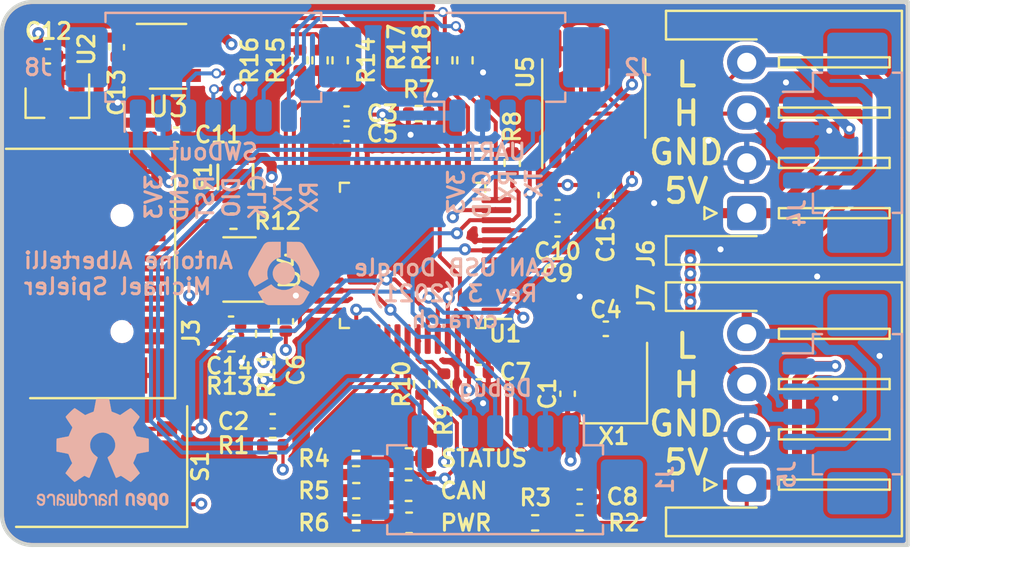
<source format=kicad_pcb>
(kicad_pcb (version 20221018) (generator pcbnew)
  (layers (0 "F.Cu" signal) (1 "In1.Cu" power "3V3") (2 "In2.Cu" power "GND") (31 "B.Cu" signal) (34 "B.Paste" user) (35 "F.Paste" user) (36 "B.SilkS" user "B.Silkscreen") (37 "F.SilkS" user "F.Silkscreen") (38 "B.Mask" user) (39 "F.Mask" user) (44 "Edge.Cuts" user))
  (net 0 "")
  (net 1 "GND")
  (net 2 "/NRST")
  (net 3 "/SWCLK")
  (net 4 "/SWDIO")
  (net 5 "/V_BUS_SENSE")
  (net 6 "/USB_D+")
  (net 7 "/V_BUS_ENABLE")
  (net 8 "/CAN1_RX")
  (net 9 "/CAN1_TX")
  (net 10 "/UART1_RX")
  (net 11 "/UART1_TX")
  (net 12 "/USB_D-")
  (net 13 "Net-(U1-Pad2)")
  (net 14 "Net-(U1-Pad3)")
  (net 15 "Net-(U1-Pad4)")
  (net 16 "Net-(U1-Pad17)")
  (net 17 "Net-(U1-Pad22)")
  (net 18 "Net-(U1-Pad26)")
  (net 19 "Net-(U1-Pad27)")
  (net 20 "Net-(U1-Pad28)")
  (net 21 "Net-(D1-Pad2)")
  (net 22 "Net-(D2-Pad2)")
  (net 23 "Net-(D3-Pad2)")
  (net 24 "Net-(U1-Pad18)")
  (net 25 "Net-(U1-Pad19)")
  (net 26 "Net-(U1-Pad20)")
  (net 27 "Net-(U1-Pad21)")
  (net 28 "Net-(C1-Pad2)")
  (net 29 "+3V3")
  (net 30 "Net-(C4-Pad2)")
  (net 31 "VBUS")
  (net 32 "/VUSB")
  (net 33 "Net-(F1-Pad2)")
  (net 34 "/LED_STATUS")
  (net 35 "/LED_CAN")
  (net 36 "/LED_PWR")
  (net 37 "/BTN")
  (net 38 "Net-(J3-PadA5)")
  (net 39 "Net-(J3-PadB5)")
  (net 40 "/CAN_EN")
  (net 41 "Net-(J3-PadA7)")
  (net 42 "Net-(J3-PadA6)")
  (net 43 "Net-(J3-PadA8)")
  (net 44 "Net-(J3-PadB8)")
  (net 45 "Net-(U1-Pad38)")
  (net 46 "/CANL")
  (net 47 "/CANH")
  (net 48 "/OUT_NRST")
  (net 49 "/OUT_SWDIO")
  (net 50 "/OUT_SWCLK")
  (net 51 "Net-(U1-Pad25)")
  (net 52 "Net-(U1-Pad16)")
  (net 53 "Net-(R9-Pad1)")
  (net 54 "Net-(R10-Pad1)")
  (net 55 "Net-(J8-Pad3)")
  (net 56 "Net-(J8-Pad4)")
  (net 57 "Net-(J8-Pad5)")
  (net 58 "Net-(U3-Pad4)")
  (net 59 "Net-(J8-Pad6)")
  (net 60 "Net-(J8-Pad7)")
  (net 61 "/UART2_RX")
  (net 62 "/UART2_TX")
  (footprint "Capacitor_SMD:C_0402_1005Metric" (layer "F.Cu") (at 58.45 57.35)
    (fp_text reference "C2")
    (fp_text value "100n")
  )
  (footprint "Capacitor_SMD:C_0402_1005Metric" (layer "F.Cu") (at 62.12 42.05 180)
    (fp_text reference "C3")
    (fp_text value "4u7")
  )
  (footprint "Capacitor_SMD:C_0402_1005Metric" (layer "F.Cu") (at 62.12 43.05 180)
    (fp_text reference "C5")
    (fp_text value "100n")
  )
  (footprint "Capacitor_SMD:C_0402_1005Metric" (layer "F.Cu") (at 59.1 52.38 90)
    (fp_text reference "C6")
    (fp_text value "100n")
  )
  (footprint "Capacitor_SMD:C_0402_1005Metric" (layer "F.Cu") (at 68.68 54.9)
    (fp_text reference "C7")
    (fp_text value "100n")
  )
  (footprint "Capacitor_SMD:C_0402_1005Metric" (layer "F.Cu") (at 73.7 61.1 180)
    (fp_text reference "C8")
    (fp_text value "100n")
  )
  (footprint "Capacitor_SMD:C_0402_1005Metric" (layer "F.Cu") (at 72.6 47.8)
    (fp_text reference "C9")
    (fp_text value "1u")
  )
  (footprint "Capacitor_SMD:C_0402_1005Metric" (layer "F.Cu") (at 72.6 46.7)
    (fp_text reference "C10")
    (fp_text value "10n")
  )
  (footprint "Capacitor_SMD:C_0402_1005Metric" (layer "F.Cu") (at 47.28 39.2)
    (fp_text reference "C12")
    (fp_text value "1u")
  )
  (footprint "Resistor_SMD:R_0402_1005Metric" (layer "F.Cu") (at 58.45 58.55 180)
    (fp_text reference "R1")
    (fp_text value "10k")
  )
  (footprint "Resistor_SMD:R_0402_1005Metric" (layer "F.Cu") (at 73.7 62.4 180)
    (fp_text reference "R2")
    (fp_text value "10k")
  )
  (footprint "Resistor_SMD:R_0402_1005Metric" (layer "F.Cu") (at 71.49 62.4 180)
    (fp_text reference "R3")
    (fp_text value "10k")
  )
  (footprint "Resistor_SMD:R_0402_1005Metric" (layer "F.Cu") (at 62.59 59.2)
    (fp_text reference "R4")
    (fp_text value "100")
  )
  (footprint "Resistor_SMD:R_0402_1005Metric" (layer "F.Cu") (at 70.35 44.5 90)
    (fp_text reference "R8")
    (fp_text value "10k")
  )
  (footprint "Resistor_SMD:R_0402_1005Metric" (layer "F.Cu") (at 66.95 55.5 -90)
    (fp_text reference "R9")
    (fp_text value "100")
  )
  (footprint "Resistor_SMD:R_0402_1005Metric" (layer "F.Cu") (at 56.4 53.5)
    (fp_text reference "R13")
    (fp_text value "5k1")
  )
  (footprint "Package_SO:SOIC-8_3.9x4.9mm_P1.27mm" (layer "F.Cu") (at 74.4 41.3 90)
    (fp_text reference "U5")
    (fp_text value "SN65HVD234DR")
  )
  (footprint "Package_QFP:LQFP-48_7x7mm_P0.5mm" (layer "F.Cu") (at 65.4 49.1 180)
    (fp_text reference "U1")
    (fp_text value "STM32F302C8T6")
  )
  (footprint "Resistor_SMD:R_0402_1005Metric" (layer "F.Cu") (at 65.85 55.5 -90)
    (fp_text reference "R10")
    (fp_text value "100")
  )
  (footprint "Resistor_SMD:R_0402_1005Metric" (layer "F.Cu") (at 65.7 42.05 180)
    (fp_text reference "R7")
    (fp_text value "10k")
  )
  (footprint "Resistors_SMD:R_0805" (layer "F.Cu") (at 56.6 45.2 -90)
    (fp_text reference "F1")
    (fp_text value "500mA")
  )
  (footprint "Capacitor_SMD:C_0402_1005Metric" (layer "F.Cu") (at 53.65 43.1 180)
    (fp_text reference "C11")
    (fp_text value "1u")
  )
  (footprint "Resistor_SMD:R_0402_1005Metric" (layer "F.Cu") (at 62.6 62.4)
    (fp_text reference "R6")
    (fp_text value "100")
  )
  (footprint "Resistor_SMD:R_0402_1005Metric" (layer "F.Cu") (at 62.6 60.8)
    (fp_text reference "R5")
    (fp_text value "100")
  )
  (footprint "Capacitor_SMD:C_0402_1005Metric" (layer "F.Cu") (at 75 46.1 -90)
    (fp_text reference "C15")
    (fp_text value "100n")
  )
  (footprint "Capacitor_SMD:C_0402_1005Metric" (layer "F.Cu") (at 56.38 52.5)
    (fp_text reference "C14")
    (fp_text value "100n")
  )
  (footprint "CAN-USB-dongle:TS-1187A-B-A-B" (layer "F.Cu") (at 50.2 59.6 180)
    (fp_text reference "S1")
    (fp_text value "SW_MEC_5E")
  )
  (footprint "Connector_JST:JST_XH_S4B-XH-A-1_1x04_P2.50mm_Horizontal" (layer "F.Cu") (at 82 47 90)
    (fp_text reference "J6")
    (fp_text value "JST XH")
  )
  (footprint "Connector_JST:JST_XH_S4B-XH-A-1_1x04_P2.50mm_Horizontal" (layer "F.Cu") (at 82 60.5 90)
    (fp_text reference "J7")
    (fp_text value "JST XH")
  )
  (footprint "Package_TO_SOT_SMD:SOT-23" (layer "F.Cu") (at 47.75 41.5 -90)
    (fp_text reference "U2")
    (fp_text value "MCP1700")
  )
  (footprint "Capacitor_SMD:C_0603_1608Metric" (layer "F.Cu") (at 65.225 62.4 180)
    (fp_text reference "D3" hide)
    (fp_text value "GREEN")
  )
  (footprint "Capacitor_SMD:C_0603_1608Metric" (layer "F.Cu") (at 65.2 59.2 180)
    (fp_text reference "D1" hide)
    (fp_text value "RED")
  )
  (footprint "Capacitor_SMD:C_0402_1005Metric" (layer "F.Cu") (at 73.1 55.98 90)
    (fp_text reference "C1")
    (fp_text value "10p")
  )
  (footprint "Crystal:Crystal_SMD_TXC_7M-4Pin_3.2x2.5mm" (layer "F.Cu") (at 75.4 55.45 90)
    (fp_text reference "X1")
    (fp_text value "16MHz 10ppm")
  )
  (footprint "Resistor_SMD:R_0402_1005Metric" (layer "F.Cu") (at 58 53 -90)
    (fp_text reference "R11")
    (fp_text value "1.5k")
  )
  (footprint "Capacitor_SMD:C_0402_1005Metric" (layer "F.Cu") (at 75 52.75 180)
    (fp_text reference "C4")
    (fp_text value "10pF")
  )
  (footprint "Package_SO:TSOP-6_1.65x3.05mm_P0.95mm" (layer "F.Cu") (at 56.8 49.8 180)
    (fp_text reference "U4")
    (fp_text value "STF202")
  )
  (footprint "Resistor_SMD:R_0402_1005Metric" (layer "F.Cu") (at 56.5 47.4)
    (fp_text reference "R12")
    (fp_text value "5k1")
  )
  (footprint "Resistor_SMD:R_0402_1005Metric" (layer "F.Cu") (at 61.8 39.4 90)
    (fp_text reference "R14")
    (fp_text value "100")
  )
  (footprint "Resistor_SMD:R_0402_1005Metric" (layer "F.Cu") (at 60.8 39.4 90)
    (fp_text reference "R15")
    (fp_text value "100")
  )
  (footprint "Package_TO_SOT_SMD:SOT-23-5" (layer "F.Cu") (at 53.25 39.2)
    (fp_text reference "U3")
    (fp_text value "MIC2005A-1YM5")
  )
  (footprint "Capacitor_SMD:C_0402_1005Metric" (layer "F.Cu") (at 50.7 38.75 -90)
    (fp_text reference "C13")
    (fp_text value "1u")
  )
  (footprint "Resistor_SMD:R_0402_1005Metric" (layer "F.Cu") (at 59.8 39.4 90)
    (fp_text reference "R16")
    (fp_text value "100")
  )
  (footprint "CAN-USB-dongle:TYPEC-304S-ACP16" (layer "F.Cu") (at 48.86 50 -90)
    (fp_text reference "J3")
    (fp_text value "XUNPU TYPEC-304S-ACP16")
  )
  (footprint "Capacitor_SMD:C_0603_1608Metric" (layer "F.Cu") (at 65.2 60.8 180)
    (fp_text reference "D2" hide)
    (fp_text value "WHITE")
  )
  (footprint "Resistor_SMD:R_0402_1005Metric" (layer "F.Cu") (at 67 39.4 90)
    (fp_text reference "R17")
    (fp_text value "100")
  )
  (footprint "Resistor_SMD:R_0402_1005Metric" (layer "F.Cu") (at 68 39.4 90)
    (fp_text reference "R18")
    (fp_text value "100")
  )
  (footprint "Connector_Molex:Molex_PicoBlade_53261-0471_1x04-1MP_P1.25mm_Horizontal" (layer "B.Cu") (at 87 43.5 -90)
    (fp_text reference "J4")
    (fp_text value "Picoblade")
  )
  (footprint "Connector_Molex:Molex_PicoBlade_53261-0471_1x04-1MP_P1.25mm_Horizontal" (layer "B.Cu") (at 87 56.5 -90)
    (fp_text reference "J5")
    (fp_text value "Picoblade")
  )
  (footprint "Connector_Molex:Molex_PicoBlade_53261-0771_1x07-1MP_P1.25mm_Horizontal" (layer "B.Cu") (at 69.5 60.25 180)
    (fp_text reference "J1")
    (fp_text value "Picoblade")
  )
  (footprint "Connector_Molex:Molex_PicoBlade_53261-0471_1x04-1MP_P1.25mm_Horizontal" (layer "B.Cu") (at 69.5 39.75)
    (fp_text reference "J2")
    (fp_text value "Picoblade")
  )
  (footprint "Connector_Molex:Molex_PicoBlade_53261-0771_1x07-1MP_P1.25mm_Horizontal" (layer "B.Cu") (at 55.5 39.75)
    (fp_text reference "J8")
    (fp_text value "Picoblade")
  )
  (footprint "Symbol:OSHW-Logo2_7.3x6mm_SilkScreen" (layer "B.Cu") (at 50 59 180)
    (fp_text reference "REF**" hide)
    (fp_text value "OSHW-Logo2_7.3x6mm_SilkScreen" hide)
  )
  (footprint "CAN-USB-dongle:CVRA-logo-small-silkscreen" (layer "B.Cu") (at 59 50)
    (fp_text reference "G***" hide)
    (fp_text value "LOGO" hide)
  )
  (gr_line (start 90 63.5) (end 90 36.5) (stroke (width 0.2)) (layer "Edge.Cuts"))
  (gr_line (start 90 36.5) (end 46.5 36.5) (stroke (width 0.2)) (layer "Edge.Cuts"))
  (gr_line (start 46.5 63.5) (end 90 63.5) (stroke (width 0.2)) (layer "Edge.Cuts"))
  (gr_line (start 45 38) (end 45 62) (stroke (width 0.2)) (layer "Edge.Cuts"))
  (gr_arc (start 46.5 63.5) (mid 45.43934 63.06066) (end 45 62) (stroke (width 0.2)) (layer "Edge.Cuts"))
  (gr_arc (start 45 38) (mid 45.43934 36.93934) (end 46.5 36.5) (stroke (width 0.2)) (layer "Edge.Cuts"))
  (gr_text "3V3\nGND\nRST\nDIO\nCLK\nTX\nRX" (at 56.4 46.2 90) (layer "B.SilkS") (effects (font (size 0.8 0.8)) (justify mirror)))
  (gr_text "Antoine Albertelli\nMichael Spieler" (at 46 50) (layer "B.SilkS") (effects (font (size 0.8 0.8)) (justify right mirror)))
  (gr_text "3V3\nGND\nRX\nTX" (at 69.5 44.75 90) (layer "B.SilkS") (effects (font (size 0.8 0.8)) (justify left mirror)))
  (gr_text "CAN USB Dongle\nRev 3 (2021)\ncvra.ch" (at 67.5 51) (layer "B.SilkS") (effects (font (size 0.8 0.8)) (justify mirror)))
  (gr_text "L\nH\nGND\n5V" (at 79 43) (layer "F.SilkS") (effects (font (size 1.2 1.2) (thickness 0.2))))
  (gr_text "L\nH\nGND\n5V" (at 79 56.5) (layer "F.SilkS") (effects (font (size 1.2 1.2) (thickness 0.2))))
  (segment (start 50.85 39.23) (end 52.12 39.23) (width 0.5) (layer "F.Cu") (net 1))
  (segment (start 56.91 53.5) (end 56.91 52.55) (width 0.16) (layer "F.Cu") (net 1))
  (segment (start 80.2 43.4) (end 80.1 43.4) (width 0.16) (layer "F.Cu") (net 1))
  (segment (start 52.12 39.23) (end 52.15 39.2) (width 0.5) (layer "F.Cu") (net 1))
  (segment (start 56.91 52.55) (end 56.86 52.5) (width 0.16) (layer "F.Cu") (net 1))
  (via (at 68.9 40) (size 0.5) (drill 0.3) (layers "F.Cu" "B.Cu") (net 1))
  (via (at 80.7 48.8) (size 0.5) (drill 0.3) (layers "F.Cu" "B.Cu") (net 1))
  (via (at 88.6 54.1) (size 0.5) (drill 0.3) (layers "F.Cu" "B.Cu") (net 1))
  (via (at 86.4 56.2) (size 0.6) (drill 0.3) (layers "F.Cu" "B.Cu") (net 1))
  (via (at 86.1 42.9) (size 0.6) (drill 0.3) (layers "F.Cu" "B.Cu") (net 1))
  (via (at 83.95 40.5) (size 0.5) (drill 0.3) (layers "F.Cu" "B.Cu") (net 1))
  (via (at 77.4 46.5) (size 0.6) (drill 0.3) (layers "F.Cu" "B.Cu") (net 1))
  (via (at 80.1 43.4) (size 0.6) (drill 0.3) (layers "F.Cu" "B.Cu") (net 1))
  (via (at 59.6 51.1) (size 0.6) (drill 0.3) (layers "F.Cu" "B.Cu") (net 1))
  (via (at 73.7 51.15) (size 0.5) (drill 0.3) (layers "F.Cu" "B.Cu") (net 1))
  (via (at 56.9 54.4) (size 0.6) (drill 0.3) (layers "F.Cu" "B.Cu") (net 1))
  (via (at 68.9 56.45) (size 0.5) (drill 0.3) (layers "F.Cu" "B.Cu") (net 1))
  (via (at 66.511906 41.108465) (size 0.5) (drill 0.3) (layers "F.Cu" "B.Cu") (net 1))
  (via (at 85.5 50.15) (size 0.5) (drill 0.3) (layers "F.Cu" "B.Cu") (net 1))
  (via (at 65.3 43.1) (size 0.5) (drill 0.3) (layers "F.Cu" "B.Cu") (net 1))
  (via (at 50.75 41.5) (size 0.5) (drill 0.3) (layers "F.Cu" "B.Cu") (net 1))
  (segment (start 86.075 42.875) (end 86.1 42.9) (width 0.16) (layer "B.Cu") (net 1))
  (segment (start 84.6 42.875) (end 86.075 42.875) (width 0.5) (layer "B.Cu") (net 1))
  (segment (start 66.55 41.1) (end 66.520371 41.1) (width 0.2) (layer "B.Cu") (net 1))
  (segment (start 66.520371 41.1) (end 66.511906 41.108465) (width 0.2) (layer "B.Cu") (net 1))
  (segment (start 84.6 55.875) (end 86.075 55.875) (width 0.5) (layer "B.Cu") (net 1))
  (segment (start 86.075 55.875) (end 86.4 56.2) (width 0.5) (layer "B.Cu") (net 1))
  (segment (start 57.94 58.55) (end 57.94 57.38) (width 0.2) (layer "F.Cu") (net 2))
  (segment (start 68.05 48.85) (end 68 48.8) (width 0.2) (layer "F.Cu") (net 2))
  (segment (start 57.97 57.35) (end 57.97 55.33) (width 0.2) (layer "F.Cu") (net 2))
  (segment (start 69.5625 48.85) (end 68.05 48.85) (width 0.2) (layer "F.Cu") (net 2))
  (segment (start 57.94 57.38) (end 57.97 57.35) (width 0.2) (layer "F.Cu") (net 2))
  (segment (start 57.97 58.52) (end 57.94 58.55) (width 0.2) (layer "F.Cu") (net 2))
  (segment (start 57.97 55.33) (end 58 55.3) (width 0.2) (layer "F.Cu") (net 2))
  (via (at 68 48.8) (size 0.6) (drill 0.3) (layers "F.Cu" "B.Cu") (net 2))
  (via (at 58 55.3) (size 0.6) (drill 0.3) (layers "F.Cu" "B.Cu") (net 2))
  (segment (start 65.4 50.9) (end 62.3 50.9) (width 0.2) (layer "B.Cu") (net 2))
  (segment (start 62.3 50.9) (end 59.775 53.425) (width 0.2) (layer "B.Cu") (net 2))
  (segment (start 66.8 48.8) (end 68 48.8) (width 0.2) (layer "B.Cu") (net 2))
  (segment (start 58.75 55.3) (end 58 55.3) (width 0.2) (layer "B.Cu") (net 2))
  (segment (start 67.199999 52.799999) (end 66.238419 52.799999) (width 0.2) (layer "B.Cu") (net 2))
  (segment (start 65.4 50.2) (end 66.8 48.8) (width 0.2) (layer "B.Cu") (net 2))
  (segment (start 65.4 50.9) (end 65.4 50.2) (width 0.2) (layer "B.Cu") (net 2))
  (segment (start 59.775 53.425) (end 59.775 54.275) (width 0.2) (layer "B.Cu") (net 2))
  (segment (start 70.75 56.35) (end 67.199999 52.799999) (width 0.2) (layer "B.Cu") (net 2))
  (segment (start 65.4 51.1) (end 65.4 50.9) (width 0.2) (layer "B.Cu") (net 2))
  (segment (start 59.775 54.275) (end 58.75 55.3) (width 0.2) (layer "B.Cu") (net 2))
  (segment (start 65.4 51.96158) (end 65.4 51.1) (width 0.2) (layer "B.Cu") (net 2))
  (segment (start 70.75 57.85) (end 70.75 56.35) (width 0.2) (layer "B.Cu") (net 2))
  (segment (start 66.238419 52.799999) (end 65.4 51.96158) (width 0.2) (layer "B.Cu") (net 2))
  (segment (start 62.6 51.8) (end 62.6 53.2125) (width 0.2) (layer "F.Cu") (net 3))
  (segment (start 62.6 53.2125) (end 62.65 53.2625) (width 0.2) (layer "F.Cu") (net 3))
  (via (at 62.6 51.8) (size 0.6) (drill 0.3) (layers "F.Cu" "B.Cu") (net 3))
  (segment (start 68.25 57.85) (end 68.25 56.75) (width 0.2) (layer "B.Cu") (net 3))
  (segment (start 63.3 51.8) (end 62.6 51.8) (width 0.2) (layer "B.Cu") (net 3))
  (segment (start 68.25 56.75) (end 63.3 51.8) (width 0.2) (layer "B.Cu") (net 3))
  (segment (start 63.35 50.85) (end 64.3 51.8) (width 0.2) (layer "F.Cu") (net 4))
  (segment (start 61.2375 50.85) (end 63.35 50.85) (width 0.2) (layer "F.Cu") (net 4))
  (via (at 64.3 51.8) (size 0.6) (drill 0.3) (layers "F.Cu" "B.Cu") (net 4))
  (segment (start 69.5 56.2) (end 66.45 53.15) (width 0.2) (layer "B.Cu") (net 4))
  (segment (start 69.5 57.85) (end 69.5 56.2) (width 0.2) (layer "B.Cu") (net 4))
  (segment (start 65.65 53.15) (end 64.3 51.8) (width 0.2) (layer "B.Cu") (net 4))
  (segment (start 66.45 53.15) (end 65.65 53.15) (width 0.2) (layer "B.Cu") (net 4))
  (segment (start 67.125 46.475) (end 67.25 46.35) (width 0.2) (layer "F.Cu") (net 5))
  (segment (start 67.750005 51.450005) (end 67.750005 50.150005) (width 0.2) (layer "F.Cu") (net 5))
  (segment (start 70.1 57.98) (end 70.1 53.8) (width 0.2) (layer "F.Cu") (net 5))
  (segment (start 70.1 53.8) (end 67.750005 51.450005) (width 0.2) (layer "F.Cu") (net 5))
  (segment (start 67.750005 50.150005) (end 66.749998 49.149998) (width 0.2) (layer "F.Cu") (net 5))
  (segment (start 73.22 61.1) (end 73.22 62.37) (width 0.2) (layer "F.Cu") (net 5))
  (segment (start 73.22 61.1) (end 70.1 57.98) (width 0.2) (layer "F.Cu") (net 5))
  (segment (start 67.65 45.95) (end 67.125 46.475) (width 0.2) (layer "F.Cu") (net 5))
  (segment (start 66.749998 46.850002) (end 67.125 46.475) (width 0.2) (layer "F.Cu") (net 5))
  (segment (start 73.22 62.37) (end 73.19 62.4) (width 0.16) (layer "F.Cu") (net 5))
  (segment (start 73.19 62.4) (end 72 62.4) (width 0.2) (layer "F.Cu") (net 5))
  (segment (start 67.65 44.9375) (end 67.65 45.95) (width 0.2) (layer "F.Cu") (net 5))
  (segment (start 66.749998 49.149998) (end 66.749998 46.850002) (width 0.2) (layer "F.Cu") (net 5))
  (segment (start 58.9 50.9) (end 58.9 50.3) (width 0.2) (layer "F.Cu") (net 6))
  (segment (start 58.9 50.3) (end 58.9 49.8) (width 0.2) (layer "F.Cu") (net 6))
  (segment (start 58 52.49) (end 58 51.8) (width 0.2) (layer "F.Cu") (net 6))
  (segment (start 58 51.8) (end 58.9 50.9) (width 0.2) (layer "F.Cu") (net 6))
  (segment (start 59.75 50.35) (end 61.2375 50.35) (width 0.2) (layer "F.Cu") (net 6))
  (segment (start 59.2 49.8) (end 59.75 50.35) (width 0.2) (layer "F.Cu") (net 6))
  (segment (start 57.96 49.8) (end 58.9 49.8) (width 0.2) (layer "F.Cu") (net 6))
  (segment (start 58.9 49.8) (end 59.2 49.8) (width 0.2) (layer "F.Cu") (net 6))
  (segment (start 66.21 42.71) (end 67.15 43.65) (width 0.2) (layer "F.Cu") (net 7))
  (segment (start 66.21 42.05) (end 66.21 41.61) (width 0.2) (layer "F.Cu") (net 7))
  (segment (start 52.15 40.15) (end 53.05 40.15) (width 0.2) (layer "F.Cu") (net 7))
  (segment (start 53.5 37.3) (end 61.7 37.3) (width 0.2) (layer "F.Cu") (net 7))
  (segment (start 66.21 42.05) (end 66.21 42.71) (width 0.2) (layer "F.Cu") (net 7))
  (segment (start 64.15001 41.35001) (end 62.75 39.95) (width 0.2) (layer "F.Cu") (net 7))
  (segment (start 65.95001 41.35001) (end 64.15001 41.35001) (width 0.2) (layer "F.Cu") (net 7))
  (segment (start 62.75 39.95) (end 62.75 38.35) (width 0.2) (layer "F.Cu") (net 7))
  (segment (start 53.3 37.5) (end 53.5 37.3) (width 0.2) (layer "F.Cu") (net 7))
  (segment (start 62.75 38.35) (end 61.7 37.3) (width 0.2) (layer "F.Cu") (net 7))
  (segment (start 53.05 40.15) (end 53.3 39.9) (width 0.2) (layer "F.Cu") (net 7))
  (segment (start 66.21 41.61) (end 65.95001 41.35001) (width 0.2) (layer "F.Cu") (net 7))
  (segment (start 67.15 43.65) (end 67.15 44.9375) (width 0.2) (layer "F.Cu") (net 7))
  (segment (start 53.3 39.9) (end 53.3 37.5) (width 0.2) (layer "F.Cu") (net 7))
  (segment (start 76.305 43.775) (end 76.305 45.395) (width 0.2) (layer "F.Cu") (net 8))
  (segment (start 66.65 51.65) (end 66.2 51.2) (width 0.2) (layer "F.Cu") (net 8))
  (segment (start 66.65 53.2625) (end 66.65 51.65) (width 0.2) (layer "F.Cu") (net 8))
  (segment (start 76.305 45.395) (end 76.3 45.4) (width 0.2) (layer "F.Cu") (net 8))
  (via (at 76.3 45.4) (size 0.6) (drill 0.3) (layers "F.Cu" "B.Cu") (net 8))
  (via (at 66.2 51.2) (size 0.6) (drill 0.3) (layers "F.Cu" "B.Cu") (net 8))
  (segment (start 76.3 45.4) (end 69.750002 51.949998) (width 0.2) (layer "B.Cu") (net 8))
  (segment (start 66.949998 51.949998) (end 66.2 51.2) (width 0.2) (layer "B.Cu") (net 8))
  (segment (start 69.750002 51.949998) (end 66.949998 51.949998) (width 0.2) (layer "B.Cu") (net 8))
  (segment (start 67.15 51.249998) (end 67.200004 51.199994) (width 0.2) (layer "F.Cu") (net 9))
  (segment (start 71.220009 44.279991) (end 71.220009 46.001024) (width 0.2) (layer "F.Cu") (net 9))
  (segment (start 72.495 43.775) (end 71.725 43.775) (width 0.2) (layer "F.Cu") (net 9))
  (segment (start 67.15 53.2625) (end 67.15 51.249998) (width 0.2) (layer "F.Cu") (net 9))
  (segment (start 71.725 43.775) (end 71.220009 44.279991) (width 0.2) (layer "F.Cu") (net 9))
  (via (at 67.200004 51.199994) (size 0.6) (drill 0.3) (layers "F.Cu" "B.Cu") (net 9))
  (via (at 71.220009 46.001024) (size 0.6) (drill 0.3) (layers "F.Cu" "B.Cu") (net 9))
  (segment (start 71.220009 47.179989) (end 71.220009 46.001024) (width 0.2) (layer "B.Cu") (net 9))
  (segment (start 67.200004 51.199994) (end 71.220009 47.179989) (width 0.2) (layer "B.Cu") (net 9))
  (segment (start 66.95 56.8) (end 66.95 56.01) (width 0.2) (layer "F.Cu") (net 10))
  (segment (start 67.599999 59.600001) (end 67.599999 57.449999) (width 0.2) (layer "F.Cu") (net 10))
  (segment (start 67.599999 57.449999) (end 66.95 56.8) (width 0.2) (layer "F.Cu") (net 10))
  (segment (start 67 60.2) (end 67.599999 59.600001) (width 0.2) (layer "F.Cu") (net 10))
  (via (at 67 60.2) (size 0.6) (drill 0.3) (layers "F.Cu" "B.Cu") (net 10))
  (segment (start 69.6 43.85) (end 70.125 43.325) (width 0.2) (layer "B.Cu") (net 10))
  (segment (start 52.4 49.2) (end 57.75 43.85) (width 0.2) (layer "B.Cu") (net 10))
  (segment (start 53.95 58.9) (end 52.4 57.35) (width 0.2) (layer "B.Cu") (net 10))
  (segment (start 65.75 56.6) (end 64.8 55.65) (width 0.2) (layer "B.Cu") (net 10))
  (segment (start 62.35 55.65) (end 59.1 58.9) (width 0.2) (layer "B.Cu") (net 10))
  (segment (start 64.8 55.65) (end 62.35 55.65) (width 0.2) (layer "B.Cu") (net 10))
  (segment (start 65.75 57.85) (end 65.75 56.6) (width 0.2) (layer "B.Cu") (net 10))
  (segment (start 66.2 60.2) (end 67 60.2) (width 0.2) (layer "B.Cu") (net 10))
  (segment (start 59.1 58.9) (end 53.95 58.9) (width 0.2) (layer "B.Cu") (net 10))
  (segment (start 70.125 43.325) (end 70.125 42.15) (width 0.2) (layer "B.Cu") (net 10))
  (segment (start 52.4 57.35) (end 52.4 49.2) (width 0.2) (layer "B.Cu") (net 10))
  (segment (start 65.75 59.75) (end 66.2 60.2) (width 0.2) (layer "B.Cu") (net 10))
  (segment (start 65.75 57.85) (end 65.75 59.75) (width 0.2) (layer "B.Cu") (net 10))
  (segment (start 57.75 43.85) (end 69.6 43.85) (width 0.2) (layer "B.Cu") (net 10))
  (segment (start 66.961084 57.911084) (end 65.85 56.8) (width 0.2) (layer "F.Cu") (net 11))
  (segment (start 65.85 56.8) (end 65.85 56.01) (width 0.2) (layer "F.Cu") (net 11))
  (segment (start 66.961084 59.361083) (end 66.961084 57.911084) (width 0.2) (layer "F.Cu") (net 11))
  (via (at 66.961084 59.361083) (size 0.6) (drill 0.3) (layers "F.Cu" "B.Cu") (net 11))
  (segment (start 57.9 44.3) (end 59.25 44.3) (width 0.2) (layer "B.Cu") (net 11))
  (segment (start 52.750011 49.449989) (end 57.9 44.3) (width 0.2) (layer "B.Cu") (net 11))
  (segment (start 52.750011 57.200011) (end 52.750011 49.449989) (width 0.2) (layer "B.Cu") (net 11))
  (segment (start 71.375 43.475) (end 70.55 44.3) (width 0.2) (layer "B.Cu") (net 11))
  (segment (start 62.205021 55.299989) (end 59.05501 58.45) (width 0.2) (layer "B.Cu") (net 11))
  (segment (start 67 57.85) (end 67 57.05) (width 0.2) (layer "B.Cu") (net 11))
  (segment (start 54 58.45) (end 52.750011 57.200011) (width 0.2) (layer "B.Cu") (net 11))
  (segment (start 70.55 44.3) (end 59.25 44.3) (width 0.2) (layer "B.Cu") (net 11))
  (segment (start 65.249989 55.299989) (end 62.205021 55.299989) (width 0.2) (layer "B.Cu") (net 11))
  (segment (start 67 57.85) (end 67 59.322167) (width 0.2) (layer "B.Cu") (net 11))
  (segment (start 59.05501 58.45) (end 54 58.45) (width 0.2) (layer "B.Cu") (net 11))
  (segment (start 67 59.322167) (end 66.961084 59.361083) (width 0.2) (layer "B.Cu") (net 11))
  (segment (start 71.375 42.15) (end 71.375 43.475) (width 0.2) (layer "B.Cu") (net 11))
  (segment (start 67 57.05) (end 65.249989 55.299989) (width 0.2) (layer "B.Cu") (net 11))
  (segment (start 61.2375 49.85) (end 59.85 49.85) (width 0.2) (layer "F.Cu") (net 12))
  (segment (start 59.85 49.85) (end 58.85 48.85) (width 0.2) (layer "F.Cu") (net 12))
  (segment (start 58.85 48.85) (end 57.96 48.85) (width 0.2) (layer "F.Cu") (net 12))
  (segment (start 61.2375 49.85) (end 61.2125 49.875) (width 0.2) (layer "F.Cu") (net 12))
  (segment (start 63.1 59.2) (end 64.425 59.2) (width 0.2) (layer "F.Cu") (net 21))
  (segment (start 63.11 60.8) (end 64.425 60.8) (width 0.2) (layer "F.Cu") (net 22))
  (segment (start 64.45 62.4) (end 63.11 62.4) (width 0.2) (layer "F.Cu") (net 23))
  (segment (start 73.15 55.45) (end 73.1 55.5) (width 0.2) (layer "F.Cu") (net 28))
  (segment (start 71.65 49.85) (end 71.95 49.85) (width 0.2) (layer "F.Cu") (net 28))
  (segment (start 76.25 56.55) (end 76.25 55.55) (width 0.2) (layer "F.Cu") (net 28))
  (segment (start 72.65 49.85) (end 71.65 49.85) (width 0.2) (layer "F.Cu") (net 28))
  (segment (start 69.5625 49.85) (end 71.65 49.85) (width 0.2) (layer "F.Cu") (net 28))
  (segment (start 76.15 55.45) (end 73.15 55.45) (width 0.2) (layer "F.Cu") (net 28))
  (segment (start 73.1 50.3) (end 72.65 49.85) (width 0.2) (layer "F.Cu") (net 28))
  (segment (start 73.1 55.5) (end 73.1 50.3) (width 0.2) (layer "F.Cu") (net 28))
  (segment (start 76.25 55.55) (end 76.15 55.45) (width 0.2) (layer "F.Cu") (net 28))
  (segment (start 60.05 51.85) (end 59.8 52.1) (width 0.2) (layer "F.Cu") (net 29))
  (segment (start 74.98 45.6) (end 75 45.62) (width 0.2) (layer "F.Cu") (net 29))
  (segment (start 61.2375 51.85) (end 60.05 51.85) (width 0.2) (layer "F.Cu") (net 29))
  (segment (start 59.54 52.86) (end 59.1 52.86) (width 0.2) (layer "F.Cu") (net 29))
  (segment (start 72.12 45.78) (end 72.3 45.6) (width 0.2) (layer "F.Cu") (net 29))
  (segment (start 62.65 43.15) (end 62.6 43.1) (width 0.2) (layer "F.Cu") (net 29))
  (segment (start 58.96 58.55) (end 58.96 59.74) (width 0.16) (layer "F.Cu") (net 29))
  (segment (start 75 45.62) (end 75 43.81) (width 0.2) (layer "F.Cu") (net 29))
  (segment (start 75 43.81) (end 75.035 43.775) (width 0.2) (layer "F.Cu") (net 29))
  (segment (start 62.6 42.1) (end 63.9 42.1) (width 0.2) (layer "F.Cu") (net 29))
  (segment (start 73.1 45.6) (end 74.98 45.6) (width 0.2) (layer "F.Cu") (net 29))
  (segment (start 59.1 53.8) (end 59.1 52.86) (width 0.2) (layer "F.Cu") (net 29))
  (segment (start 70.55 51.85) (end 70.9 52.2) (width 0.2) (layer "F.Cu") (net 29))
  (segment (start 59.8 52.1) (end 59.8 52.6) (width 0.2) (layer "F.Cu") (net 29))
  (segment (start 62.6 43.1) (end 62.6 42.1) (width 0.2) (layer "F.Cu") (net 29))
  (segment (start 69.5625 51.85) (end 70.55 51.85) (width 0.2) (layer "F.Cu") (net 29))
  (segment (start 53.2 61.475) (end 54.875 61.475) (width 0.2) (layer "F.Cu") (net 29))
  (segment (start 68.2 54.9) (end 68.2 55.8) (width 0.2) (layer "F.Cu") (net 29))
  (segment (start 72.12 46.7) (end 72.12 45.78) (width 0.2) (layer "F.Cu") (net 29))
  (segment (start 62.65 44.9375) (end 62.65 43.15) (width 0.2) (layer "F.Cu") (net 29))
  (segment (start 46.8 40.5) (end 46.8 39.2) (width 0.5) (layer "F.Cu") (net 29))
  (segment (start 68.15 54.85) (end 68.2 54.9) (width 0.2) (layer "F.Cu") (net 29))
  (segment (start 72.07 47.85) (end 72.12 47.8) (width 0.2) (layer "F.Cu") (net 29))
  (segment (start 59.8 52.6) (end 59.54 52.86) (width 0.2) (layer "F.Cu") (net 29))
  (segment (start 46.8 39.2) (end 46.8 38.05) (width 0.5) (layer "F.Cu") (net 29))
  (segment (start 47.2 61.475) (end 53.2 61.475) (width 0.2) (layer "F.Cu") (net 29))
  (segment (start 69.5625 47.85) (end 72.07 47.85) (width 0.2) (layer "F.Cu") (net 29))
  (segment (start 72.12 47.8) (end 72.12 46.7) (width 0.2) (layer "F.Cu") (net 29))
  (segment (start 68.15 53.2625) (end 68.15 54.85) (width 0.2) (layer "F.Cu") (net 29))
  (segment (start 72.3 45.6) (end 73.1 45.6) (width 0.2) (layer "F.Cu") (net 29))
  (segment (start 58.96 59.74) (end 58.95 59.75) (width 0.16) (layer "F.Cu") (net 29))
  (segment (start 54.875 61.475) (end 54.9 61.45) (width 0.2) (layer "F.Cu") (net 29))
  (via (at 59.1 53.8) (size 0.6) (drill 0.3) (layers "F.Cu" "B.Cu") (net 29))
  (via (at 63.9 42.1) (size 0.6) (drill 0.3) (layers "F.Cu" "B.Cu") (net 29))
  (via (at 70.9 52.2) (size 0.6) (drill 0.3) (layers "F.Cu" "B.Cu") (net 29))
  (via (at 73.25 59.3) (size 0.6) (drill 0.3) (layers "F.Cu" "B.Cu") (net 29))
  (via (at 46.8 38.05) (size 0.6) (drill 0.3) (layers "F.Cu" "B.Cu") (net 29))
  (via (at 53.3 45.45) (size 0.6) (drill 0.3) (layers "F.Cu" "B.Cu") (net 29))
  (via (at 54.9 61.45) (size 0.6) (drill 0.3) (layers "F.Cu" "B.Cu") (net 29))
  (via (at 68.2 55.8) (size 0.6) (drill 0.3) (layers "F.Cu" "B.Cu") (net 29))
  (via (at 58.95 59.75) (size 0.6) (drill 0.3) (layers "F.Cu" "B.Cu") (net 29))
  (via (at 73.1 45.6) (size 0.6) (drill 0.3) (layers "F.Cu" "B.Cu") (net 29))
  (segment (start 67.625 42.15) (end 63.95 42.15) (width 0.5) (layer "B.Cu") (net 29))
  (segment (start 63.95 42.15) (end 63.9 42.1) (width 0.5) (layer "B.Cu") (net 29))
  (segment (start 73.25 57.85) (end 73.25 59.3) (width 0.5) (layer "B.Cu") (net 29))
  (segment (start 51.75 42.15) (end 51.75 43.9) (width 0.5) (layer "B.Cu") (net 29))
  (segment (start 51.75 43.9) (end 53.3 45.45) (width 0.5) (layer "B.Cu") (net 29))
  (segment (start 74.05 49.35) (end 74.5 49.8) (width 0.2) (layer "F.Cu") (net 30))
  (segment (start 69.5625 49.35) (end 74.05 49.35) (width 0.2) (layer "F.Cu") (net 30))
  (segment (start 74.52 52.75) (end 74.52 54.32) (width 0.2) (layer "F.Cu") (net 30))
  (segment (start 74.5 52.73) (end 74.52 52.75) (width 0.2) (layer "F.Cu") (net 30))
  (segment (start 74.5 49.8) (end 74.5 52.73) (width 0.2) (layer "F.Cu") (net 30))
  (segment (start 74.52 54.32) (end 74.55 54.35) (width 0.2) (layer "F.Cu") (net 30))
  (segment (start 82 60.5) (end 83.9 60.5) (width 0.5) (layer "F.Cu") (net 31))
  (segment (start 83.9 60.5) (end 84.5 59.9) (width 0.5) (layer "F.Cu") (net 31))
  (segment (start 74.21 62.4) (end 81.6 62.4) (width 0.2) (layer "F.Cu") (net 31))
  (segment (start 79.2 50.9) (end 79.2 50.7) (width 0.16) (layer "F.Cu") (net 31))
  (segment (start 56.05 38.25) (end 54.35 38.25) (width 0.5) (layer "F.Cu") (net 31))
  (segment (start 79.2 49.2) (end 79.2 50) (width 0.5) (layer "F.Cu") (net 31))
  (segment (start 81.6 62.4) (end 82 62) (width 0.2) (layer "F.Cu") (net 31))
  (segment (start 82 47) (end 83.324264 47) (width 0.5) (layer "F.Cu") (net 31))
  (segment (start 84.5 59.9) (end 84.5 55.3) (width 0.5) (layer "F.Cu") (net 31))
  (segment (start 80.2 60.5) (end 82 60.5) (width 0.5) (layer "F.Cu") (net 31))
  (segment (start 79.2 49.2) (end 79.2 49.3) (width 0.16) (layer "F.Cu") (net 31))
  (segment (start 84.5 55.3) (end 85.2 54.6) (width 0.5) (layer "F.Cu") (net 31))
  (segment (start 85.2 54.6) (end 86.4 54.6) (width 0.5) (layer "F.Cu") (net 31))
  (segment (start 80 47) (end 79.2 47.8) (width 0.5) (layer "F.Cu") (net 31))
  (segment (start 82 62) (end 82 60.5) (width 0.2) (layer "F.Cu") (net 31))
  (segment (start 87.1 43.224264) (end 87.1 42.8) (width 0.5) (layer "F.Cu") (net 31))
  (segment (start 79.2 47.8) (end 79.2 49.2) (width 0.5) (layer "F.Cu") (net 31))
  (segment (start 79.2 59.5) (end 80.2 60.5) (width 0.5) (layer "F.Cu") (net 31))
  (segment (start 56.4 38.6) (end 56.05 38.25) (width 0.5) (layer "F.Cu") (net 31))
  (segment (start 79.2 50) (end 79.2 50.9) (width 0.5) (layer "F.Cu") (net 31))
  (segment (start 79.2 51.4) (end 79.2 59.5) (width 0.5) (layer "F.Cu") (net 31))
  (segment (start 79.2 50.9) (end 79.2 51.4) (width 0.5) (layer "F.Cu") (net 31))
  (segment (start 82 47) (end 80 47) (width 0.5) (layer "F.Cu") (net 31))
  (segment (start 83.324264 47) (end 87.1 43.224264) (width 0.5) (layer "F.Cu") (net 31))
  (via (at 56.4 38.6) (size 0.6) (drill 0.3) (layers "F.Cu" "B.Cu") (net 31))
  (via (at 79.2 50) (size 0.6) (drill 0.3) (layers "F.Cu" "B.Cu") (net 31))
  (via (at 79.2 49.3) (size 0.6) (drill 0.3) (layers "F.Cu" "B.Cu") (net 31))
  (via (at 86.4 54.6) (size 0.6) (drill 0.3) (layers "F.Cu" "B.Cu") (net 31))
  (via (at 87.1 42.8) (size 0.6) (drill 0.3) (layers "F.Cu" "B.Cu") (net 31))
  (via (at 79.2 50.7) (size 0.6) (drill 0.3) (layers "F.Cu" "B.Cu") (net 31))
  (via (at 79.2 51.4) (size 0.6) (drill 0.3) (layers "F.Cu" "B.Cu") (net 31))
  (segment (start 86.375 54.625) (end 86.4 54.6) (width 0.5) (layer "B.Cu") (net 31))
  (segment (start 84.6 41.625) (end 85.925 41.625) (width 0.5) (layer "B.Cu") (net 31))
  (segment (start 85.925 41.625) (end 87.1 42.8) (width 0.5) (layer "B.Cu") (net 31))
  (segment (start 84.6 54.625) (end 86.375 54.625) (width 0.5) (layer "B.Cu") (net 31))
  (segment (start 58.4 44.6) (end 58.4 45.2) (width 0.5) (layer "F.Cu") (net 32))
  (segment (start 54.300008 51.500008) (end 54.300008 51.1) (width 0.2) (layer "F.Cu") (net 32))
  (segment (start 55.9 52.5) (end 55.3 52.5) (width 0.2) (layer "F.Cu") (net 32))
  (segment (start 58.05 44.25) (end 58.4 44.6) (width 0.5) (layer "F.Cu") (net 32))
  (segment (start 49.8 42.5) (end 49.8 38.6) (width 0.5) (layer "F.Cu") (net 32))
  (segment (start 49.8 38.6) (end 50.13 38.27) (width 0.5) (layer "F.Cu") (net 32))
  (segment (start 57.96 50.75) (end 57.05 50.75) (width 0.2) (layer "F.Cu") (net 32))
  (segment (start 55.9 51.9) (end 55.9 52.5) (width 0.2) (layer "F.Cu") (net 32))
  (segment (start 57.05 50.75) (end 55.9 51.9) (width 0.2) (layer "F.Cu") (net 32))
  (segment (start 53.17 42.67) (end 53.17 43.1) (width 0.5) (layer "F.Cu") (net 32))
  (segment (start 55.3 52.5) (end 54.300008 51.500008) (width 0.2) (layer "F.Cu") (net 32))
  (segment (start 49.8 42.5) (end 53 42.5) (width 0.5) (layer "F.Cu") (net 32))
  (segment (start 49.8 42.5) (end 47.75 42.5) (width 0.5) (layer "F.Cu") (net 32))
  (segment (start 53.17 44.013986) (end 53.17 43.1) (width 0.5) (layer "F.Cu") (net 32))
  (segment (start 58 54.4) (end 58 53.51) (width 0.16) (layer "F.Cu") (net 32))
  (segment (start 56.3 44.2) (end 53.356014 44.2) (width 0.5) (layer "F.Cu") (net 32))
  (segment (start 53.17 44.013986) (end 53.356014 44.2) (width 0.5) (layer "F.Cu") (net 32))
  (segment (start 50.13 38.27) (end 50.85 38.27) (width 0.5) (layer "F.Cu") (net 32))
  (segment (start 53 42.5) (end 53.17 42.67) (width 0.5) (layer "F.Cu") (net 32))
  (segment (start 50.85 38.27) (end 52.13 38.27) (width 0.5) (layer "F.Cu") (net 32))
  (segment (start 52.13 38.27) (end 52.15 38.25) (width 0.5) (layer "F.Cu") (net 32))
  (segment (start 56.6 44.25) (end 58.05 44.25) (width 0.5) (layer "F.Cu") (net 32))
  (via (at 58.4 45.2) (size 0.6) (drill 0.3) (layers "F.Cu" "B.Cu") (net 32))
  (via (at 58 54.4) (size 0.6) (drill 0.3) (layers "F.Cu" "B.Cu") (net 32))
  (via (at 54.300008 51.1) (size 0.6) (drill 0.3) (layers "F.Cu" "B.Cu") (net 32))
  (segment (start 50.64999 51.64999) (end 50.64999 48.50001) (width 0.2) (layer "F.Cu") (net 33))
  (segment (start 55.25 46.15) (end 53.85 47.55) (width 0.5) (layer "F.Cu") (net 33))
  (segment (start 52.4 47.55) (end 53.85 47.55) (width 0.5) (layer "F.Cu") (net 33))
  (segment (start 52.4 52.45) (end 51.45 52.45) (width 0.2) (layer "F.Cu") (net 33))
  (segment (start 56.6 46.15) (end 55.25 46.15) (width 0.5) (layer "F.Cu") (net 33))
  (segment (start 51.6 47.55) (end 52.4 47.55) (width 0.2) (layer "F.Cu") (net 33))
  (segment (start 50.64999 48.50001) (end 51.6 47.55) (width 0.2) (layer "F.Cu") (net 33))
  (segment (start 51.45 52.45) (end 50.64999 51.64999) (width 0.2) (layer "F.Cu") (net 33))
  (segment (start 64.65 53.2625) (end 64.65 55.15) (width 0.2) (layer "F.Cu") (net 34))
  (segment (start 62.08 57.72) (end 62.08 59.2) (width 0.2) (layer "F.Cu") (net 34))
  (segment (start 64.65 55.15) (end 62.08 57.72) (width 0.2) (layer "F.Cu") (net 34))
  (segment (start 61.2 60.6) (end 61.4 60.8) (width 0.2) (layer "F.Cu") (net 35))
  (segment (start 64.15 54.95) (end 61.2 57.9) (width 0.2) (layer "F.Cu") (net 35))
  (segment (start 64.15 53.2625) (end 64.15 54.95) (width 0.2) (layer "F.Cu") (net 35))
  (segment (start 61.4 60.8) (end 62.09 60.8) (width 0.2) (layer "F.Cu") (net 35))
  (segment (start 61.2 57.9) (end 61.2 60.6) (width 0.2) (layer "F.Cu") (net 35))
  (segment (start 63.65 54.7) (end 60.6 57.75) (width 0.2) (layer "F.Cu") (net 36))
  (segment (start 60.6 57.75) (end 60.6 61.8) (width 0.2) (layer "F.Cu") (net 36))
  (segment (start 60.6 61.8) (end 61.2 62.4) (width 0.2) (layer "F.Cu") (net 36))
  (segment (start 61.2 62.4) (end 62.09 62.4) (width 0.2) (layer "F.Cu") (net 36))
  (segment (start 63.65 53.2625) (end 63.65 54.7) (width 0.2) (layer "F.Cu") (net 36))
  (segment (start 64.515598 50.3) (end 66.15 51.934402) (width 0.2) (layer "F.Cu") (net 37))
  (segment (start 68.25 47.35) (end 67.6 48) (width 0.2) (layer "F.Cu") (net 37))
  (segment (start 70.4 47.35) (end 70.669999 47.080001) (width 0.2) (layer "F.Cu") (net 37))
  (segment (start 70.669999 47.080001) (end 70.669999 45.969999) (width 0.2) (layer "F.Cu") (net 37))
  (segment (start 47.2 57.725) (end 53.2 57.725) (width 0.2) (layer "F.Cu") (net 37))
  (segment (start 66.15 51.934402) (end 66.15 53.2625) (width 0.2) (layer "F.Cu") (net 37))
  (segment (start 70.669999 45.969999) (end 70.35 45.65) (width 0.2) (layer "F.Cu") (net 37))
  (segment (start 53.225 57.7) (end 53.2 57.725) (width 0.2) (layer "F.Cu") (net 37))
  (segment (start 69.5625 47.35) (end 70.4 47.35) (width 0.2) (layer "F.Cu") (net 37))
  (segment (start 64.1 50.3) (end 64.515598 50.3) (width 0.2) (layer "F.Cu") (net 37))
  (segment (start 69.5625 47.35) (end 68.25 47.35) (width 0.2) (layer "F.Cu") (net 37))
  (segment (start 54.9 57.7) (end 53.225 57.7) (width 0.2) (layer "F.Cu") (net 37))
  (segment (start 70.35 45.65) (end 70.35 45.01) (width 0.2) (layer "F.Cu") (net 37))
  (via (at 54.9 57.7) (size 0.6) (drill 0.3) (layers "F.Cu" "B.Cu") (net 37))
  (via (at 64.1 50.3) (size 0.6) (drill 0.3) (layers "F.Cu" "B.Cu") (net 37))
  (via (at 67.6 48) (size 0.6) (drill 0.3) (layers "F.Cu" "B.Cu") (net 37))
  (segment (start 67.6 48) (end 66.4 48) (width 0.2) (layer "B.Cu") (net 37))
  (segment (start 66.4 48) (end 64.049999 50.350001) (width 0.2) (layer "B.Cu") (net 37))
  (segment (start 59.557001 52.842999) (end 56.457001 52.842999) (width 0.2) (layer "B.Cu") (net 37))
  (segment (start 54.9 54.4) (end 54.9 57.7) (width 0.2) (layer "B.Cu") (net 37))
  (segment (start 56.457001 52.842999) (end 54.9 54.4) (width 0.2) (layer "B.Cu") (net 37))
  (segment (start 64.049999 50.350001) (end 62.049999 50.350001) (width 0.2) (layer "B.Cu") (net 37))
  (segment (start 62.049999 50.350001) (end 59.557001 52.842999) (width 0.2) (layer "B.Cu") (net 37))
  (segment (start 55 47.4) (end 53.65 48.75) (width 0.2) (layer "F.Cu") (net 38))
  (segment (start 53.65 48.75) (end 52.2 48.75) (width 0.2) (layer "F.Cu") (net 38))
  (segment (start 55.99 47.4) (end 55 47.4) (width 0.2) (layer "F.Cu") (net 38))
  (segment (start 55.25 53.5) (end 53.75 52) (width 0.2) (layer "F.Cu") (net 39))
  (segment (start 53.5 51.75) (end 53.75 52) (width 0.2) (layer "F.Cu") (net 39))
  (segment (start 55.89 53.5) (end 55.25 53.5) (width 0.2) (layer "F.Cu") (net 39))
  (segment (start 52.2 51.75) (end 53.5 51.75) (width 0.2) (layer "F.Cu") (net 39))
  (segment (start 76.305 40.595) (end 76.3 40.6) (width 0.2) (layer "F.Cu") (net 40))
  (segment (start 67.749994 46.85) (end 67.399994 47.2) (width 0.2) (layer "F.Cu") (net 40))
  (segment (start 69.5625 46.85) (end 67.749994 46.85) (width 0.2) (layer "F.Cu") (net 40))
  (segment (start 76.305 38.825) (end 76.305 40.595) (width 0.2) (layer "F.Cu") (net 40))
  (segment (start 69.5125 46.8) (end 69.5625 46.85) (width 0.2) (layer "F.Cu") (net 40))
  (via (at 67.399994 47.2) (size 0.6) (drill 0.3) (layers "F.Cu" "B.Cu") (net 40))
  (via (at 76.3 40.6) (size 0.6) (drill 0.3) (layers "F.Cu" "B.Cu") (net 40))
  (segment (start 71.7 45.2) (end 69.399994 45.2) (width 0.2) (layer "B.Cu") (net 40))
  (segment (start 76.3 40.6) (end 71.7 45.2) (width 0.2) (layer "B.Cu") (net 40))
  (segment (start 69.399994 45.2) (end 67.399994 47.2) (width 0.2) (layer "B.Cu") (net 40))
  (segment (start 53.65 50.1) (end 53.65 49.25) (width 0.2) (layer "F.Cu") (net 41))
  (segment (start 53.95 49.25) (end 53.65 49.25) (width 0.2) (layer "F.Cu") (net 41))
  (segment (start 53.5 50.25) (end 53.65 50.1) (width 0.2) (layer "F.Cu") (net 41))
  (segment (start 55.64 48.85) (end 54.35 48.85) (width 0.2) (layer "F.Cu") (net 41))
  (segment (start 53.55 49.25) (end 52.4 49.25) (width 0.2) (layer "F.Cu") (net 41))
  (segment (start 53.65 49.25) (end 53.55 49.25) (width 0.2) (layer "F.Cu") (net 41))
  (segment (start 52.4 50.25) (end 53.5 50.25) (width 0.2) (layer "F.Cu") (net 41))
  (segment (start 54.35 48.85) (end 53.95 49.25) (width 0.2) (layer "F.Cu") (net 41))
  (segment (start 51.15 50.75) (end 52.2 50.75) (width 0.2) (layer "F.Cu") (net 42))
  (segment (start 53.836006 50.75) (end 54.786006 49.8) (width 0.2) (layer "F.Cu") (net 42))
  (segment (start 54.786006 49.8) (end 55.64 49.8) (width 0.2) (layer "F.Cu") (net 42))
  (segment (start 51.15 49.75) (end 51 49.9) (width 0.2) (layer "F.Cu") (net 42))
  (segment (start 52.2 49.75) (end 51.15 49.75) (width 0.2) (layer "F.Cu") (net 42))
  (segment (start 52.2 50.75) (end 53.836006 50.75) (width 0.2) (layer "F.Cu") (net 42))
  (segment (start 51 49.9) (end 51 50.6) (width 0.2) (layer "F.Cu") (net 42))
  (segment (start 51 50.6) (end 51.15 50.75) (width 0.2) (layer "F.Cu") (net 42))
  (segment (start 82 39.5) (end 87.6 39.5) (width 0.5) (layer "F.Cu") (net 46))
  (segment (start 75.035 38.825) (end 75.035 41.135) (width 0.2) (layer "F.Cu") (net 46))
  (segment (start 75.035 41.135) (end 75.6 41.7) (width 0.2) (layer "F.Cu") (net 46))
  (segment (start 82 51.35) (end 82 53) (width 0.5) (layer "F.Cu") (net 46))
  (segment (start 75.6 41.7) (end 79.8 41.7) (width 0.2) (layer "F.Cu") (net 46))
  (segment (start 79.8 41.7) (end 82 39.5) (width 0.2) (layer "F.Cu") (net 46))
  (segment (start 88.7 44.65) (end 82 51.35) (width 0.5) (layer "F.Cu") (net 46))
  (segment (start 87.6 39.5) (end 88.7 40.6) (width 0.5) (layer "F.Cu") (net 46))
  (segment (start 88.7 40.6) (end 88.7 44.65) (width 0.5) (layer "F.Cu") (net 46))
  (segment (start 87.325 45.375) (end 88.000002 44.699998) (width 0.5) (layer "B.Cu") (net 46))
  (segment (start 86.825 58.375) (end 88.2 57) (width 0.5) (layer "B.Cu") (net 46))
  (segment (start 88.000002 44.699998) (end 88.000002 41.400002) (width 0.5) (layer "B.Cu") (net 46))
  (segment (start 84.5 39.5) (end 82 39.5) (width 0.5) (layer "B.Cu") (net 46))
  (segment (start 84.6 45.375) (end 87.325 45.375) (width 0.5) (layer "B.Cu") (net 46))
  (segment (start 87.2 53.8) (end 86 53.8) (width 0.5) (layer "B.Cu") (net 46))
  (segment (start 86 53.8) (end 85.2 53) (width 0.5) (layer "B.Cu") (net 46))
  (segment (start 85.2 53) (end 82 53) (width 0.5) (layer "B.Cu") (net 46))
  (segment (start 88.2 54.8) (end 87.2 53.8) (width 0.5) (layer "B.Cu") (net 46))
  (segment (start 87.574989 40.974989) (end 85.974989 40.974989) (width 0.5) (layer "B.Cu") (net 46))
  (segment (start 85.974989 40.974989) (end 84.5 39.5) (width 0.5) (layer "B.Cu") (net 46))
  (segment (start 88.000002 41.400002) (end 87.574989 40.974989) (width 0.5) (layer "B.Cu") (net 46))
  (segment (start 88.2 57) (end 88.2 54.8) (width 0.5) (layer "B.Cu") (net 46))
  (segment (start 84.6 58.375) (end 86.825 58.375) (width 0.5) (layer "B.Cu") (net 46))
  (segment (start 87.5 42) (end 88.000001 42.500001) (width 0.5) (layer "F.Cu") (net 47))
  (segment (start 88.000001 44.049999) (end 80.25 51.8) (width 0.5) (layer "F.Cu") (net 47))
  (segment (start 73.765 38.825) (end 73.765 41.565) (width 0.2) (layer "F.Cu") (net 47))
  (segment (start 82 42) (end 87.5 42) (width 0.5) (layer "F.Cu") (net 47))
  (segment (start 81.949989 42.050011) (end 82 42) (width 0.2) (layer "F.Cu") (net 47))
  (segment (start 74.250011 42.050011) (end 81.949989 42.050011) (width 0.2) (layer "F.Cu") (net 47))
  (segment (start 73.765 41.565) (end 74.250011 42.050011) (width 0.2) (layer "F.Cu") (net 47))
  (segment (start 88.000001 42.500001) (end 88.000001 44.049999) (width 0.5) (layer "F.Cu") (net 47))
  (segment (start 82 42) (end 82.400001 41.599999) (width 0.5) (layer "F.Cu") (net 47))
  (segment (start 80.25 51.8) (end 80.25 53.75) (width 0.5) (layer "F.Cu") (net 47))
  (segment (start 80.25 53.75) (end 82 55.5) (width 0.5) (layer "F.Cu") (net 47))
  (segment (start 83.725 44.125) (end 83.2 43.6) (width 0.5) (layer "B.Cu") (net 47))
  (segment (start 84.6 44.125) (end 83.725 44.125) (width 0.5) (layer "B.Cu") (net 47))
  (segment (start 83 56.9) (end 83 56.5) (width 0.5) (layer "B.Cu") (net 47))
  (segment (start 84.6 57.125) (end 83.225 57.125) (width 0.5) (layer "B.Cu") (net 47))
  (segment (start 83.2 43.6) (end 83.2 43.2) (width 0.5) (layer "B.Cu") (net 47))
  (segment (start 83.225 57.125) (end 83 56.9) (width 0.5) (layer "B.Cu") (net 47))
  (segment (start 83.2 43.2) (end 82 42) (width 0.5) (layer "B.Cu") (net 47))
  (segment (start 83 56.5) (end 82 55.5) (width 0.5) (layer "B.Cu") (net 47))
  (segment (start 59.91001 48.21001) (end 59.91001 42.28999) (width 0.2) (layer "F.Cu") (net 48))
  (segment (start 61.8 40.4) (end 61.8 39.91) (width 0.2) (layer "F.Cu") (net 48))
  (segment (start 59.91001 42.28999) (end 61.8 40.4) (width 0.2) (layer "F.Cu") (net 48))
  (segment (start 60.05 48.35) (end 59.91001 48.21001) (width 0.2) (layer "F.Cu") (net 48))
  (segment (start 61.2375 48.35) (end 60.05 48.35) (width 0.2) (layer "F.Cu") (net 48))
  (segment (start 60.8 39.91) (end 60.8 40.6) (width 0.2) (layer "F.Cu") (net 49))
  (segment (start 59.95 48.85) (end 61.2375 48.85) (width 0.2) (layer "F.Cu") (net 49))
  (segment (start 60.8 40.6) (end 59.5 41.9) (width 0.2) (layer "F.Cu") (net 49))
  (segment (start 59.5 48.4) (end 59.95 48.85) (width 0.2) (layer "F.Cu") (net 49))
  (segment (start 59.5 41.9) (end 59.5 48.4) (width 0.2) (layer "F.Cu") (net 49))
  (segment (start 61.2375 49.35) (end 59.85 49.35) (width 0.2) (layer "F.Cu") (net 50))
  (segment (start 59.85 49.35) (end 59.1 48.6) (width 0.2) (layer "F.Cu") (net 50))
  (segment (start 59.1 41.4) (end 59.8 40.7) (width 0.2) (layer "F.Cu") (net 50))
  (segment (start 59.1 48.6) (end 59.1 41.4) (width 0.2) (layer "F.Cu") (net 50))
  (segment (start 59.8 40.7) (end 59.8 39.91) (width 0.2) (layer "F.Cu") (net 50))
  (segment (start 65.75001 53.36251) (end 65.65 53.2625) (width 0.16) (layer "F.Cu") (net 53))
  (segment (start 65.65 54.25) (end 65.8 54.4) (width 0.2) (layer "F.Cu") (net 53))
  (segment (start 65.65 53.2625) (end 65.65 54.25) (width 0.2) (layer "F.Cu") (net 53))
  (segment (start 65.8 54.4) (end 66.36 54.4) (width 0.2) (layer "F.Cu") (net 53))
  (segment (start 66.36 54.4) (end 66.95 54.99) (width 0.2) (layer "F.Cu") (net 53))
  (segment (start 65.15 54.35) (end 65.15 53.2625) (width 0.2) (layer "F.Cu") (net 54))
  (segment (start 65.79 54.99) (end 65.15 54.35) (width 0.2) (layer "F.Cu") (net 54))
  (segment (start 65.85 54.99) (end 65.79 54.99) (width 0.2) (layer "F.Cu") (net 54))
  (segment (start 61.8 38.89) (end 61.8 38.45) (width 0.2) (layer "F.Cu") (net 55))
  (segment (start 61.05 37.7) (end 58.353561 37.7) (width 0.2) (layer "F.Cu") (net 55))
  (segment (start 56.003551 40.05001) (end 55.649998 40.05001) (width 0.2) (layer "F.Cu") (net 55))
  (segment (start 61.8 38.45) (end 61.05 37.7) (width 0.2) (layer "F.Cu") (net 55))
  (segment (start 58.353561 37.7) (end 56.003551 40.05001) (width 0.2) (layer "F.Cu") (net 55))
  (via (at 55.649998 40.05001) (size 0.5) (drill 0.3) (layers "F.Cu" "B.Cu") (net 55))
  (segment (start 54.25 40.45) (end 54.64999 40.05001) (width 0.2) (layer "B.Cu") (net 55))
  (segment (start 54.25 42.15) (end 54.25 40.45) (width 0.2) (layer "B.Cu") (net 55))
  (segment (start 54.64999 40.05001) (end 55.649998 40.05001) (width 0.2) (layer "B.Cu") (net 55))
  (segment (start 58.65 38.1) (end 55.910567 40.839433) (width 0.2) (layer "F.Cu") (net 56))
  (segment (start 60.8 38.89) (end 60.8 38.3) (width 0.2) (layer "F.Cu") (net 56))
  (segment (start 60.8 38.3) (end 60.6 38.1) (width 0.2) (layer "F.Cu") (net 56))
  (segment (start 60.6 38.1) (end 58.65 38.1) (width 0.2) (layer "F.Cu") (net 56))
  (segment (start 55.910567 40.839433) (end 55.539405 40.839433) (width 0.2) (layer "F.Cu") (net 56))
  (via (at 55.539405 40.839433) (size 0.5) (drill 0.3) (layers "F.Cu" "B.Cu") (net 56))
  (segment (start 55.5 42.15) (end 55.5 40.878838) (width 0.2) (layer "B.Cu") (net 56))
  (segment (start 55.5 40.878838) (end 55.539405 40.839433) (width 0.2) (layer "B.Cu") (net 56))
  (segment (start 59.8 38.89) (end 58.66002 38.89) (width 0.2) (layer "F.Cu") (net 57))
  (segment (start 58.66002 38.89) (end 56.75002 40.8) (width 0.2) (layer "F.Cu") (net 57))
  (via (at 56.75002 40.8) (size 0.5) (drill 0.3) (layers "F.Cu" "B.Cu") (net 57))
  (segment (start 56.75 40.80002) (end 56.75002 40.8) (width 0.2) (layer "B.Cu") (net 57))
  (segment (start 56.75 42.15) (end 56.75 40.80002) (width 0.2) (layer "B.Cu") (net 57))
  (segment (start 67 38.89) (end 67 37.100022) (width 0.2) (layer "F.Cu") (net 59))
  (segment (start 67 37.100022) (end 66.9 37.000022) (width 0.2) (layer "F.Cu") (net 59))
  (via (at 66.9 37.000022) (size 0.5) (drill 0.3) (layers "F.Cu" "B.Cu") (net 59))
  (segment (start 66.899978 37) (end 66.9 37.000022) (width 0.2) (layer "B.Cu") (net 59))
  (segment (start 59.64999 37.90502) (end 60.55501 37) (width 0.2) (layer "B.Cu") (net 59))
  (segment (start 58 40.9) (end 59.649989 39.250011) (width 0.2) (layer "B.Cu") (net 59))
  (segment (start 58 42.15) (end 58 40.9) (width 0.2) (layer "B.Cu") (net 59))
  (segment (start 60.55501 37) (end 66.899978 37) (width 0.2) (layer "B.Cu") (net 59))
  (segment (start 59.649989 39.250011) (end 59.64999 37.90502) (width 0.2) (layer "B.Cu") (net 59))
  (segment (start 68 38.15) (end 67.55 37.7) (width 0.2) (layer "F.Cu") (net 60))
  (segment (start 68 38.89) (end 68 38.15) (width 0.2) (layer "F.Cu") (net 60))
  (via (at 67.55 37.7) (size 0.5) (drill 0.3) (layers "F.Cu" "B.Cu") (net 60))
  (segment (start 60.7 37.35) (end 66.509976 37.35) (width 0.2) (layer "B.Cu") (net 60))
  (segment (start 60 38.05) (end 60.7 37.35) (width 0.2) (layer "B.Cu") (net 60))
  (segment (start 59.25 40.3) (end 60 39.55) (width 0.2) (layer "B.Cu") (net 60))
  (segment (start 66.509976 37.35) (end 66.859976 37.7) (width 0.2) (layer "B.Cu") (net 60))
  (segment (start 66.859976 37.7) (end 67.55 37.7) (width 0.2) (layer "B.Cu") (net 60))
  (segment (start 59.25 42.15) (end 59.25 40.3) (width 0.2) (layer "B.Cu") (net 60))
  (segment (start 60 39.55) (end 60 38.05) (width 0.2) (layer "B.Cu") (net 60))
  (segment (start 68.15 44.9375) (end 68.15 41.75) (width 0.2) (layer "F.Cu") (net 61))
  (segment (start 67 40.6) (end 67 39.91) (width 0.2) (layer "F.Cu") (net 61))
  (segment (start 68.15 41.75) (end 67 40.6) (width 0.2) (layer "F.Cu") (net 61))
  (segment (start 68 39.91) (end 68 40.95) (width 0.2) (layer "F.Cu") (net 62))
  (segment (start 68 40.95) (end 69.52999 42.47999) (width 0.2) (layer "F.Cu") (net 62))
  (segment (start 69.52999 42.47999) (end 69.52999 46.31749) (width 0.2) (layer "F.Cu") (net 62))
  (segment (start 69.52999 46.31749) (end 69.5625 46.35) (width 0.2) (layer "F.Cu") (net 62))
  (zone (net 1) (net_name "GND") (layer "F.Cu") (connect_pads (clearance 0.2)) (min_thickness 0.2) (fill yes (thermal_gap 0.2) (thermal_bridge_width 0.25))
    (polygon (pts (xy 45 36.5) (xy 90 36.5) (xy 90 63.5) (xy 45 63.5)))
  )
  (zone (net 1) (net_name "GND") (layer "B.Cu") (connect_pads (clearance 0.2)) (min_thickness 0.2) (fill yes (thermal_gap 0.2) (thermal_bridge_width 0.25))
    (polygon (pts (xy 45 36.5) (xy 90 36.5) (xy 90 63.5) (xy 45 63.5)))
  )
)
</source>
